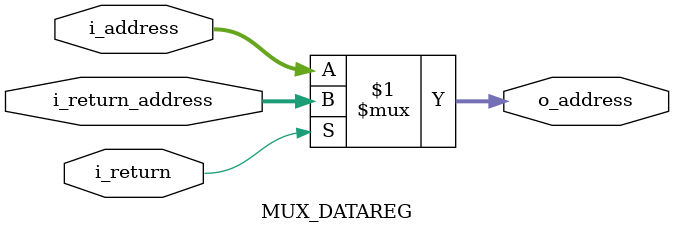
<source format=v>
`timescale 1ns / 1ps


module MUX_DATAREG
    #(
        parameter DATA_WIDTH = 32
    )
    (
        input [DATA_WIDTH - 1 : 0]  i_address,
        input [DATA_WIDTH - 1 :0]   i_return_address,
        input                       i_return,
        output [DATA_WIDTH - 1 : 0] o_address
    );

    assign o_address = i_return ? i_return_address : i_address;
    
endmodule

</source>
